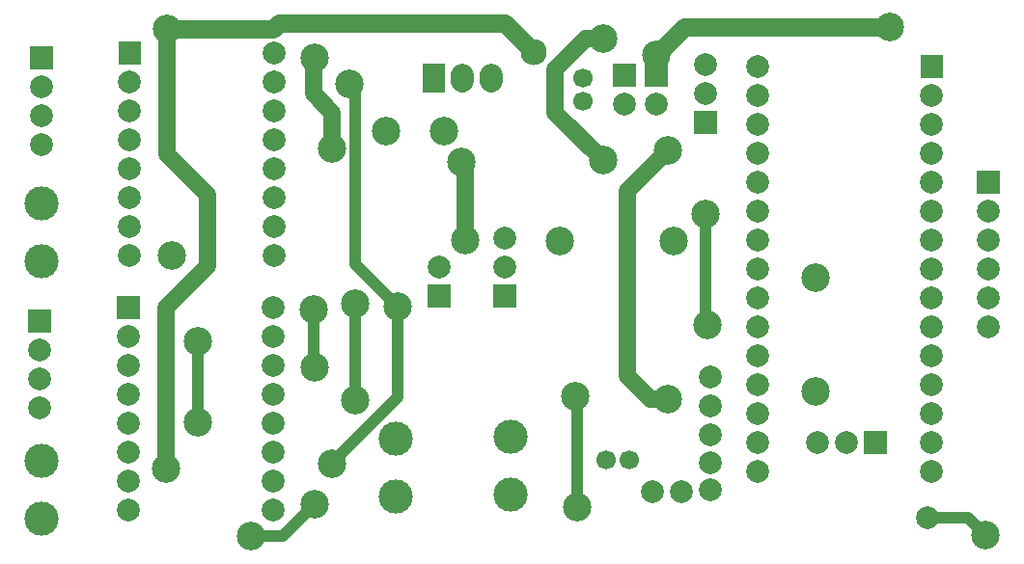
<source format=gbl>
G04 Layer: BottomLayer*
G04 EasyEDA v6.4.19.4, 2021-05-27T12:50:32+05:30*
G04 Gerber Generator version 0.2*
G04 Scale: 100 percent, Rotated: No, Reflected: No *
G04 Dimensions in millimeters *
G04 leading zeros omitted , absolute positions ,4 integer and 5 decimal *
%FSLAX45Y45*%
%MOMM*%

%ADD11C,1.6000*%
%ADD12C,1.5000*%
%ADD13C,2.0000*%
%ADD14C,1.0000*%
%ADD15C,2.5000*%
%ADD16C,2.3000*%
%ADD17R,2.0000X2.0000*%
%ADD18C,2.5000*%
%ADD19C,1.7000*%
%ADD20C,3.0000*%

%LPD*%
D12*
X6210300Y5435600D02*
G01*
X6057900Y5435600D01*
X5791200Y5168900D01*
X5791200Y4787900D01*
X6210300Y4368800D01*
D14*
X5969000Y2298700D02*
G01*
X5981700Y2286000D01*
X5981700Y1320800D01*
X9055100Y1231900D02*
G01*
X9410700Y1231900D01*
X9563100Y1079500D01*
X7112000Y3898900D02*
G01*
X7112000Y2933700D01*
X7124700Y2921000D01*
X4406900Y3086100D02*
G01*
X4406900Y2286000D01*
X3835400Y1714500D01*
X3835400Y1701800D01*
X2654300Y2781300D02*
G01*
X2654300Y2070100D01*
X3683000Y1346200D02*
G01*
X3403600Y1066800D01*
X3124200Y1066800D01*
X4038600Y3111500D02*
G01*
X4038600Y2260600D01*
X3670300Y3060700D02*
G01*
X3670300Y2565400D01*
X3683000Y2552700D01*
X3987800Y5041900D02*
G01*
X4038600Y5041900D01*
X4038600Y3454400D01*
X4406900Y3086100D01*
D12*
X3835400Y4470400D02*
G01*
X3835400Y4787900D01*
X3670300Y4953000D01*
X3670300Y5257800D01*
X3683000Y5270500D01*
X4965700Y4356100D02*
G01*
X5003800Y4318000D01*
X5003800Y3670300D01*
X6781800Y4457700D02*
G01*
X6426200Y4102100D01*
X6426200Y2476500D01*
X6629400Y2273300D01*
X6781800Y2273300D01*
X2374900Y1663700D02*
G01*
X2374900Y3073400D01*
X2743200Y3441700D01*
X2743200Y4064000D01*
X2387600Y4419600D01*
X2387600Y5524500D01*
D11*
X2387600Y5524500D02*
G01*
X3314700Y5524500D01*
X3365500Y5575300D01*
X5346700Y5575300D01*
X5600700Y5321300D01*
X8724900Y5537200D02*
G01*
X6921500Y5537200D01*
X6680200Y5295900D01*
D17*
G01*
X6400800Y5118100D03*
D13*
G01*
X6400800Y4864100D03*
D17*
G01*
X6680200Y5118100D03*
D13*
G01*
X6680200Y4864100D03*
D18*
G01*
X6832600Y3657600D03*
G01*
X5832602Y3657600D03*
G01*
X8077200Y2336800D03*
G01*
X8077200Y3336797D03*
D19*
G01*
X6237300Y1739900D03*
G01*
X6437299Y1739900D03*
G01*
X6032500Y5091099D03*
G01*
X6032500Y4891100D03*
D13*
G01*
X5346700Y3683000D03*
G01*
X5346700Y3429000D03*
G36*
X5246700Y3274999D02*
G01*
X5446699Y3274999D01*
X5446699Y3075000D01*
X5246700Y3075000D01*
G37*
G01*
X9588500Y2908300D03*
G01*
X9588500Y3162300D03*
G01*
X9588500Y3416300D03*
G01*
X9588500Y3670300D03*
G01*
X9588500Y3924300D03*
D17*
G01*
X9588500Y4178300D03*
D20*
G01*
X1282700Y1219200D03*
G01*
X1282700Y1727200D03*
G01*
X1282700Y3479800D03*
G01*
X1282700Y3987800D03*
D17*
G01*
X4775200Y3175000D03*
D13*
G01*
X4775200Y3429000D03*
G01*
X7112000Y5207000D03*
G01*
X7112000Y4953000D03*
D17*
G01*
X7112000Y4699000D03*
D20*
G01*
X5397500Y1435100D03*
G01*
X5397500Y1943100D03*
D13*
G01*
X8089900Y1892300D03*
G01*
X8343900Y1892300D03*
D17*
G01*
X8597900Y1892300D03*
G36*
X1944700Y3173399D02*
G01*
X2144699Y3173399D01*
X2144699Y2973400D01*
X1944700Y2973400D01*
G37*
D13*
G01*
X3314700Y1295400D03*
G01*
X2044700Y2819400D03*
G01*
X3314700Y1549400D03*
G01*
X2044700Y2565400D03*
G01*
X3314700Y1803400D03*
G01*
X2044700Y2311400D03*
G01*
X3314700Y2057400D03*
G01*
X2044700Y2057400D03*
G01*
X3314700Y2311400D03*
G01*
X2044700Y1803400D03*
G01*
X3314700Y2565400D03*
G01*
X2044700Y1549400D03*
G01*
X3314700Y2819400D03*
G01*
X2044700Y1295400D03*
G01*
X3314700Y3073400D03*
D20*
G01*
X4388510Y1921002D03*
G01*
X4388510Y1419605D03*
D18*
G01*
X4305300Y4622800D03*
G01*
X4813300Y4622800D03*
D17*
G01*
X1282700Y5270500D03*
D13*
G01*
X1282700Y5016500D03*
G01*
X1282700Y4762500D03*
G01*
X1282700Y4508500D03*
D17*
G01*
X1270000Y2959100D03*
D13*
G01*
X1270000Y2705100D03*
G01*
X1270000Y2451100D03*
G01*
X1270000Y2197100D03*
G36*
X8993200Y5294299D02*
G01*
X9193199Y5294299D01*
X9193199Y5094300D01*
X8993200Y5094300D01*
G37*
G01*
X9093200Y4940300D03*
G01*
X9093200Y4686300D03*
G01*
X9093200Y4432300D03*
G01*
X9093200Y4178300D03*
G01*
X9093200Y3924300D03*
G01*
X9093200Y3670300D03*
G01*
X9093200Y3416300D03*
G01*
X9093200Y3162300D03*
G01*
X9093200Y2908300D03*
G01*
X9093200Y2654300D03*
G01*
X9093200Y2400300D03*
G01*
X9093200Y2146300D03*
G01*
X9093200Y1892300D03*
G01*
X9093200Y1638300D03*
G01*
X7569200Y1638300D03*
G01*
X7569200Y1892300D03*
G01*
X7569200Y2146300D03*
G01*
X7569200Y2400300D03*
G01*
X7569200Y2654300D03*
G01*
X7569200Y2908300D03*
G01*
X7569200Y3162300D03*
G01*
X7569200Y3416300D03*
G01*
X7569200Y3670300D03*
G01*
X7569200Y3924300D03*
G01*
X7569200Y4178300D03*
G01*
X7569200Y4432300D03*
G01*
X7569200Y4686300D03*
G01*
X7569200Y4940300D03*
G01*
X7569200Y5194300D03*
G36*
X4624324Y5217668D02*
G01*
X4824475Y5217668D01*
X4824475Y4967731D01*
X4624324Y4967731D01*
G37*
G36*
X1957400Y5408599D02*
G01*
X2157399Y5408599D01*
X2157399Y5208600D01*
X1957400Y5208600D01*
G37*
G01*
X3327400Y3530600D03*
G01*
X2057400Y5054600D03*
G01*
X3327400Y3784600D03*
G01*
X2057400Y4800600D03*
G01*
X3327400Y4038600D03*
G01*
X2057400Y4546600D03*
G01*
X3327400Y4292600D03*
G01*
X2057400Y4292600D03*
G01*
X3327400Y4546600D03*
G01*
X2057400Y4038600D03*
G01*
X3327400Y4800600D03*
G01*
X2057400Y3784600D03*
G01*
X3327400Y5054600D03*
G01*
X2057400Y3530600D03*
G01*
X3327400Y5308600D03*
D15*
G01*
X3670300Y3060700D03*
G01*
X3683000Y2552700D03*
G01*
X4038600Y3111500D03*
G01*
X4038600Y2260600D03*
G01*
X3124200Y1066800D03*
G01*
X3683000Y1346200D03*
G01*
X2654300Y2070100D03*
G01*
X2654300Y2781300D03*
G01*
X4406900Y3086100D03*
G01*
X3835400Y1701800D03*
D13*
G01*
X7150100Y2209800D03*
G01*
X7150100Y1955800D03*
G01*
X7150100Y2463800D03*
G01*
X7150100Y1714500D03*
G01*
X7150100Y1473200D03*
G01*
X6896100Y1460500D03*
G01*
X6642100Y1460500D03*
D15*
G01*
X3987800Y5041900D03*
G01*
X7124700Y2921000D03*
G01*
X7112000Y3898900D03*
G01*
X9563100Y1079500D03*
D13*
G01*
X9055100Y1231900D03*
D15*
G01*
X5981700Y1320800D03*
G01*
X5969000Y2298700D03*
G01*
X3683000Y5270500D03*
G01*
X3835400Y4470400D03*
G01*
X5003800Y3670300D03*
G01*
X4965700Y4356100D03*
G01*
X6781800Y2273300D03*
G01*
X6781800Y4457700D03*
G01*
X2374900Y1663700D03*
G01*
X2425700Y3530600D03*
G01*
X2387600Y5524500D03*
G01*
X6210300Y5435600D03*
G01*
X6210300Y4368800D03*
D16*
G01*
X5600700Y5321300D03*
D15*
G01*
X8724900Y5537200D03*
G01*
X6680200Y5295900D03*
D13*
X4978400Y5117698D02*
G01*
X4978400Y5067698D01*
X5232400Y5117698D02*
G01*
X5232400Y5067698D01*
M02*

</source>
